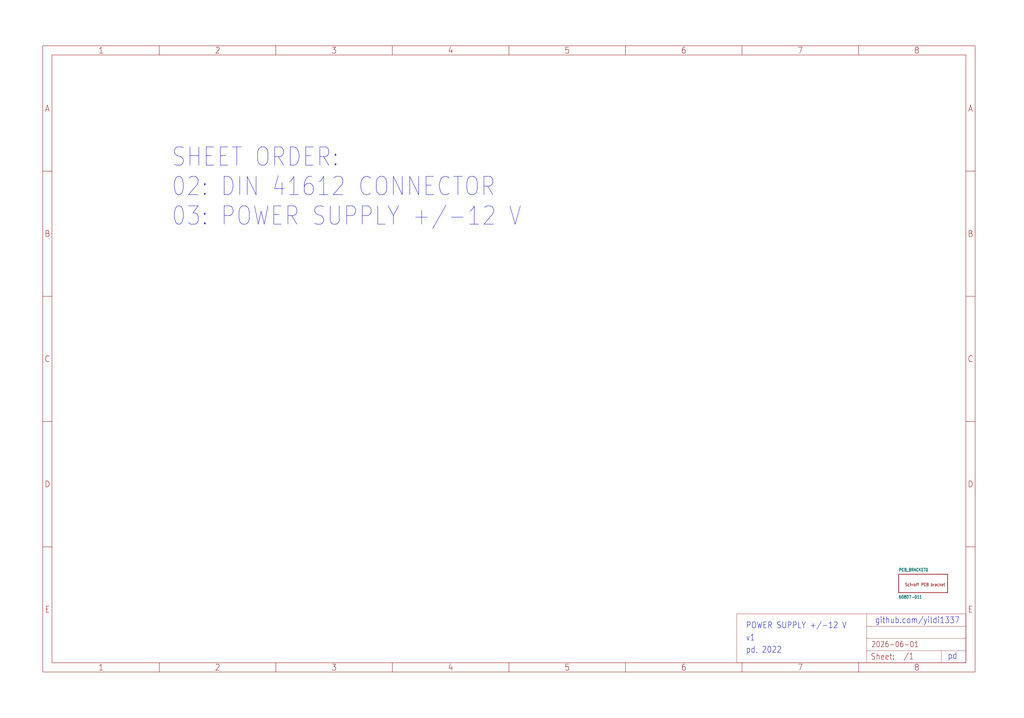
<source format=kicad_sch>
(kicad_sch (version 20250114) (generator "eeschema") (generator_version "9.0")
  (paper "User" 425.45 298.602)
  (lib_symbols
    (symbol "PowerSupply_12V_v1-eagle-import:60807-011"
      (symbol "60807-011_1_0"
        (polyline (pts (xy -10.16 5.08) (xy -10.16 -2.54)) (stroke (width 0.254)))
        (polyline (pts (xy -10.16 -2.54) (xy 10.16 -2.54)) (stroke (width 0.254)))
        (polyline (pts (xy 10.16 5.08) (xy -10.16 5.08)) (stroke (width 0.254)))
        (polyline (pts (xy 10.16 -2.54) (xy 10.16 5.08)) (stroke (width 0.254)))
        (text "Schroff PCB bracket" (at -7.62 0 0) (effects (font (size 1.27 1.0795)) (justify left bottom)))
      )
    )
    (symbol "PowerSupply_12V_v1-eagle-import:A3L-LOC"
      (symbol "A3L-LOC_1_0"
        (polyline (pts (xy 0 260.35) (xy 387.35 260.35) (xy 387.35 0) (xy 0 0) (xy 0 260.35)))
        (polyline (pts (xy 0 208.28) (xy 3.81 208.28)))
        (polyline (pts (xy 0 156.21) (xy 3.81 156.21)))
        (polyline (pts (xy 0 104.14) (xy 3.81 104.14)))
        (polyline (pts (xy 0 52.07) (xy 3.81 52.07)))
        (polyline (pts (xy 3.81 256.54) (xy 3.81 3.81)))
        (polyline (pts (xy 48.4188 260.35) (xy 48.4188 256.54)))
        (polyline (pts (xy 48.4188 3.81) (xy 48.4188 0)))
        (polyline (pts (xy 96.8375 260.35) (xy 96.8375 256.54)))
        (polyline (pts (xy 96.8375 3.81) (xy 96.8375 0)))
        (polyline (pts (xy 145.2563 260.35) (xy 145.2563 256.54)))
        (polyline (pts (xy 145.2563 3.81) (xy 145.2563 0)))
        (polyline (pts (xy 193.675 260.35) (xy 193.675 256.54)))
        (polyline (pts (xy 193.675 3.81) (xy 193.675 0)))
        (polyline (pts (xy 242.0938 260.35) (xy 242.0938 256.54)))
        (polyline (pts (xy 242.0938 3.81) (xy 242.0938 0)))
        (polyline (pts (xy 288.29 24.13) (xy 342.265 24.13)) (stroke (width 0.1016)))
        (polyline (pts (xy 288.29 3.81) (xy 288.29 24.13)) (stroke (width 0.1016)))
        (polyline (pts (xy 288.29 3.81) (xy 342.265 3.81)) (stroke (width 0.1016)))
        (polyline (pts (xy 290.5125 260.35) (xy 290.5125 256.54)))
        (polyline (pts (xy 290.5125 3.81) (xy 290.5125 0)))
        (polyline (pts (xy 338.9313 260.35) (xy 338.9313 256.54)))
        (polyline (pts (xy 338.9313 3.81) (xy 338.9313 0)))
        (polyline (pts (xy 342.265 24.13) (xy 383.54 24.13)) (stroke (width 0.1016)))
        (polyline (pts (xy 342.265 19.05) (xy 342.265 24.13)) (stroke (width 0.1016)))
        (polyline (pts (xy 342.265 19.05) (xy 383.54 19.05)) (stroke (width 0.1016)))
        (polyline (pts (xy 342.265 13.97) (xy 342.265 19.05)) (stroke (width 0.1016)))
        (polyline (pts (xy 342.265 13.97) (xy 383.54 13.97)) (stroke (width 0.1016)))
        (polyline (pts (xy 342.265 8.89) (xy 342.265 13.97)) (stroke (width 0.1016)))
        (polyline (pts (xy 342.265 8.89) (xy 342.265 3.81)) (stroke (width 0.1016)))
        (polyline (pts (xy 342.265 3.81) (xy 373.38 3.81)) (stroke (width 0.1016)))
        (polyline (pts (xy 373.38 8.89) (xy 342.265 8.89)) (stroke (width 0.1016)))
        (polyline (pts (xy 373.38 8.89) (xy 383.54 8.89)) (stroke (width 0.1016)))
        (polyline (pts (xy 373.38 3.81) (xy 373.38 8.89)) (stroke (width 0.1016)))
        (polyline (pts (xy 373.38 3.81) (xy 383.54 3.81)) (stroke (width 0.1016)))
        (polyline (pts (xy 383.54 256.54) (xy 3.81 256.54)))
        (polyline (pts (xy 383.54 256.54) (xy 383.54 3.81)))
        (polyline (pts (xy 383.54 208.28) (xy 387.35 208.28)))
        (polyline (pts (xy 383.54 156.21) (xy 387.35 156.21)))
        (polyline (pts (xy 383.54 104.14) (xy 387.35 104.14)))
        (polyline (pts (xy 383.54 52.07) (xy 387.35 52.07)))
        (polyline (pts (xy 383.54 19.05) (xy 383.54 24.13)) (stroke (width 0.1016)))
        (polyline (pts (xy 383.54 13.97) (xy 383.54 19.05)) (stroke (width 0.1016)))
        (polyline (pts (xy 383.54 8.89) (xy 383.54 13.97)) (stroke (width 0.1016)))
        (polyline (pts (xy 383.54 3.81) (xy 3.81 3.81)))
        (polyline (pts (xy 383.54 3.81) (xy 383.54 8.89)) (stroke (width 0.1016)))
        (text "A" (at 1.905 234.315 0) (effects (font (size 2.54 2.286))))
        (text "B" (at 1.905 182.245 0) (effects (font (size 2.54 2.286))))
        (text "C" (at 1.905 130.175 0) (effects (font (size 2.54 2.286))))
        (text "D" (at 1.905 78.105 0) (effects (font (size 2.54 2.286))))
        (text "E" (at 1.905 26.035 0) (effects (font (size 2.54 2.286))))
        (text "1" (at 24.2094 258.445 0) (effects (font (size 2.54 2.286))))
        (text "1" (at 24.2094 1.905 0) (effects (font (size 2.54 2.286))))
        (text "2" (at 72.6281 258.445 0) (effects (font (size 2.54 2.286))))
        (text "2" (at 72.6281 1.905 0) (effects (font (size 2.54 2.286))))
        (text "3" (at 121.0469 258.445 0) (effects (font (size 2.54 2.286))))
        (text "3" (at 121.0469 1.905 0) (effects (font (size 2.54 2.286))))
        (text "4" (at 169.4656 258.445 0) (effects (font (size 2.54 2.286))))
        (text "4" (at 169.4656 1.905 0) (effects (font (size 2.54 2.286))))
        (text "5" (at 217.8844 258.445 0) (effects (font (size 2.54 2.286))))
        (text "5" (at 217.8844 1.905 0) (effects (font (size 2.54 2.286))))
        (text "6" (at 266.3031 258.445 0) (effects (font (size 2.54 2.286))))
        (text "6" (at 266.3031 1.905 0) (effects (font (size 2.54 2.286))))
        (text "7" (at 314.7219 258.445 0) (effects (font (size 2.54 2.286))))
        (text "7" (at 314.7219 1.905 0) (effects (font (size 2.54 2.286))))
        (text "Sheet:" (at 343.916 4.953 0) (effects (font (size 2.54 2.159)) (justify left bottom)))
        (text "${PROJECTNAME}" (at 344.17 15.24 0) (effects (font (size 2.54 2.159)) (justify left bottom)))
        (text "${CURRENT_DATE}" (at 344.17 10.16 0) (effects (font (size 2.286 1.9431)) (justify left bottom)))
        (text "${#}/${##}" (at 357.505 5.08 0) (effects (font (size 2.54 2.159)) (justify left bottom)))
        (text "8" (at 363.1406 258.445 0) (effects (font (size 2.54 2.286))))
        (text "8" (at 363.1406 1.905 0) (effects (font (size 2.54 2.286))))
        (text "A" (at 385.445 234.315 0) (effects (font (size 2.54 2.286))))
        (text "B" (at 385.445 182.245 0) (effects (font (size 2.54 2.286))))
        (text "C" (at 385.445 130.175 0) (effects (font (size 2.54 2.286))))
        (text "D" (at 385.445 78.105 0) (effects (font (size 2.54 2.286))))
        (text "E" (at 385.445 26.035 0) (effects (font (size 2.54 2.286))))
      )
    )
  )
  (text "pd" (at 393.7 274.32 0) (effects (font (size 2.54 2.159)) (justify left bottom)))
  (text "POWER SUPPLY +/-12 V" (at 309.88 261.62 0) (effects (font (size 2.54 2.159)) (justify left bottom)))
  (text "pd, 2022" (at 309.88 271.78 0) (effects (font (size 2.54 2.159)) (justify left bottom)))
  (text "github.com/yildi1337" (at 398.78 256.54 0) (effects (font (size 2.54 2.159)) (justify right top)))
  (text "SHEET ORDER:\n02: DIN 41612 CONNECTOR\n03: POWER SUPPLY +/-12 V" (at 71.12 60.96 0) (effects (font (size 7.62 6.477)) (justify left top)))
  (text "v1" (at 309.88 266.7 0) (effects (font (size 2.54 2.159)) (justify left bottom)))
  (symbol (lib_id "PowerSupply_12V_v1-eagle-import:60807-011") (at 383.54 243.84 0) (unit 1)
    (property "Reference" "PCB_BRACKET0" (at 373.38 236.22 0) (effects (font (size 1.27 1.0795)) (justify left top)))
    (property "Value" "60807-011" (at 373.38 248.92 0) (effects (font (size 1.27 1.0795)) (justify left bottom)))
    (property "Footprint" "PowerSupply_12V_v1:60807-011" (effects (hide yes)))
  )
  (symbol (lib_id "PowerSupply_12V_v1-eagle-import:A3L-LOC") (at 17.78 279.4 0) (unit 1)
    (property "Reference" "#FRAME1" (effects (hide yes)))
    (property "Value" "A3L-LOC" (effects (hide yes)))
  )
)
</source>
